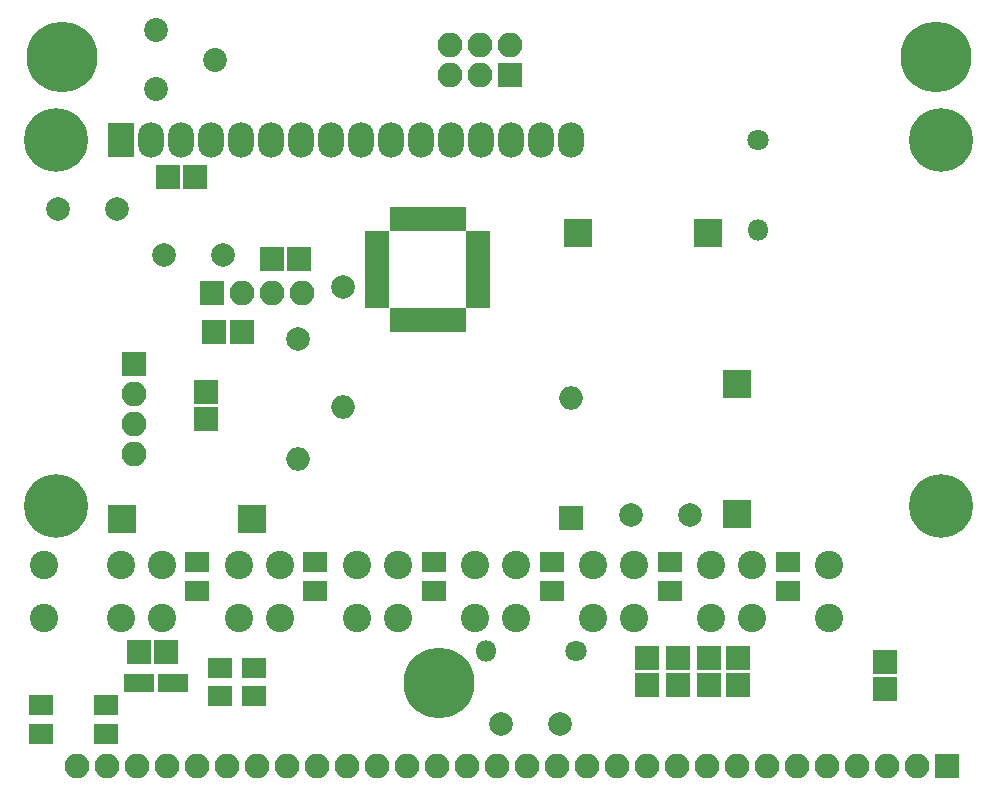
<source format=gbs>
G04 #@! TF.FileFunction,Soldermask,Bot*
%FSLAX46Y46*%
G04 Gerber Fmt 4.6, Leading zero omitted, Abs format (unit mm)*
G04 Created by KiCad (PCBNEW 4.0.7) date 11/12/18 06:30:44*
%MOMM*%
%LPD*%
G01*
G04 APERTURE LIST*
%ADD10C,0.100000*%
%ADD11R,2.200000X3.000000*%
%ADD12O,2.200000X3.000000*%
%ADD13C,5.400000*%
%ADD14C,2.000000*%
%ADD15O,2.000000X2.000000*%
%ADD16R,2.100000X2.100000*%
%ADD17O,2.100000X2.100000*%
%ADD18R,2.398980X2.398980*%
%ADD19C,2.020000*%
%ADD20C,2.400000*%
%ADD21R,2.000000X0.950000*%
%ADD22R,0.950000X2.000000*%
%ADD23R,2.550000X1.500000*%
%ADD24R,2.000000X2.000000*%
%ADD25R,2.100000X1.800000*%
%ADD26C,1.800000*%
%ADD27O,1.800000X1.800000*%
%ADD28C,6.000000*%
G04 APERTURE END LIST*
D10*
D11*
X110000000Y-50000000D03*
D12*
X112540000Y-50000000D03*
X115080000Y-50000000D03*
X117620000Y-50000000D03*
X120160000Y-50000000D03*
X122700000Y-50000000D03*
X125240000Y-50000000D03*
X127780000Y-50000000D03*
X130320000Y-50000000D03*
X132860000Y-50000000D03*
X135400000Y-50000000D03*
X137940000Y-50000000D03*
X140480000Y-50000000D03*
X143020000Y-50000000D03*
X145560000Y-50000000D03*
X148100000Y-50000000D03*
D13*
X104500900Y-50000000D03*
X104500900Y-81000700D03*
X179499480Y-81000700D03*
X179500000Y-50000000D03*
D14*
X125050000Y-66850000D03*
D15*
X125050000Y-77010000D03*
D16*
X143000000Y-44500000D03*
D17*
X143000000Y-41960000D03*
X140460000Y-44500000D03*
X140460000Y-41960000D03*
X137920000Y-44500000D03*
X137920000Y-41960000D03*
D18*
X159701640Y-57900000D03*
X148698360Y-57900000D03*
D19*
X113000000Y-40750000D03*
X118000000Y-43250000D03*
X113000000Y-45750000D03*
D20*
X170000000Y-86000000D03*
X170000000Y-90500000D03*
X163500000Y-86000000D03*
X163500000Y-90500000D03*
X160000000Y-86000000D03*
X160000000Y-90500000D03*
X153500000Y-86000000D03*
X153500000Y-90500000D03*
X150000000Y-86000000D03*
X150000000Y-90500000D03*
X143500000Y-86000000D03*
X143500000Y-90500000D03*
X140000000Y-86000000D03*
X140000000Y-90500000D03*
X133500000Y-86000000D03*
X133500000Y-90500000D03*
X130000000Y-86000000D03*
X130000000Y-90500000D03*
X123500000Y-86000000D03*
X123500000Y-90500000D03*
X120000000Y-86000000D03*
X120000000Y-90500000D03*
X113500000Y-86000000D03*
X113500000Y-90500000D03*
D21*
X131750000Y-63800000D03*
X131750000Y-63000000D03*
X131750000Y-62200000D03*
X131750000Y-61400000D03*
X131750000Y-60600000D03*
X131750000Y-59800000D03*
X131750000Y-59000000D03*
X131750000Y-58200000D03*
D22*
X133200000Y-56750000D03*
X134000000Y-56750000D03*
X134800000Y-56750000D03*
X135600000Y-56750000D03*
X136400000Y-56750000D03*
X137200000Y-56750000D03*
X138000000Y-56750000D03*
X138800000Y-56750000D03*
D21*
X140250000Y-58200000D03*
X140250000Y-59000000D03*
X140250000Y-59800000D03*
X140250000Y-60600000D03*
X140250000Y-61400000D03*
X140250000Y-62200000D03*
X140250000Y-63000000D03*
X140250000Y-63800000D03*
D22*
X138800000Y-65250000D03*
X138000000Y-65250000D03*
X137200000Y-65250000D03*
X136400000Y-65250000D03*
X135600000Y-65250000D03*
X134800000Y-65250000D03*
X134000000Y-65250000D03*
X133200000Y-65250000D03*
D18*
X162200000Y-70698360D03*
X162200000Y-81701640D03*
X121101640Y-82100000D03*
X110098360Y-82100000D03*
D20*
X110000000Y-86000000D03*
X110000000Y-90500000D03*
X103500000Y-86000000D03*
X103500000Y-90500000D03*
D23*
X114475000Y-96000000D03*
X111525000Y-96000000D03*
D24*
X111550000Y-93400000D03*
X113850000Y-93400000D03*
D14*
X158200000Y-81800000D03*
X153200000Y-81800000D03*
X109700000Y-55900000D03*
X104700000Y-55900000D03*
X118700000Y-59750000D03*
X113700000Y-59750000D03*
D25*
X156500000Y-85800000D03*
X156500000Y-88200000D03*
X146500000Y-85800000D03*
X146500000Y-88200000D03*
X136500000Y-85800000D03*
X136500000Y-88200000D03*
X126500000Y-85800000D03*
X126500000Y-88200000D03*
X116500000Y-85800000D03*
X116500000Y-88200000D03*
X166500000Y-85800000D03*
X166500000Y-88200000D03*
D24*
X162300000Y-93850000D03*
X162300000Y-96150000D03*
X159800000Y-93850000D03*
X159800000Y-96150000D03*
X157200000Y-93850000D03*
X157200000Y-96150000D03*
X154600000Y-93850000D03*
X154600000Y-96150000D03*
D26*
X148600000Y-93300000D03*
D27*
X140980000Y-93300000D03*
D16*
X111100000Y-69000000D03*
D17*
X111100000Y-71540000D03*
X111100000Y-74080000D03*
X111100000Y-76620000D03*
D24*
X117200000Y-71350000D03*
X117200000Y-73650000D03*
X117950000Y-66250000D03*
X120250000Y-66250000D03*
D16*
X117700000Y-63000000D03*
D17*
X120240000Y-63000000D03*
X122780000Y-63000000D03*
X125320000Y-63000000D03*
D14*
X128800000Y-62450000D03*
D15*
X128800000Y-72610000D03*
D14*
X142200000Y-99500000D03*
X147200000Y-99500000D03*
D24*
X148100000Y-82000000D03*
D15*
X148100000Y-71840000D03*
D24*
X125100000Y-60100000D03*
X122800000Y-60100000D03*
D28*
X105000000Y-43000000D03*
X179000000Y-43000000D03*
X137000000Y-96000000D03*
D25*
X118400000Y-97100000D03*
X118400000Y-94700000D03*
X121300000Y-97100000D03*
X121300000Y-94700000D03*
X108800000Y-100300000D03*
X108800000Y-97900000D03*
X103300000Y-100300000D03*
X103300000Y-97900000D03*
D24*
X174700000Y-94250000D03*
X174700000Y-96550000D03*
D26*
X163950000Y-50050000D03*
D27*
X163950000Y-57670000D03*
D24*
X116300000Y-53150000D03*
X114000000Y-53150000D03*
D16*
X180000000Y-103000000D03*
D17*
X177460000Y-103000000D03*
X174920000Y-103000000D03*
X172380000Y-103000000D03*
X169840000Y-103000000D03*
X167300000Y-103000000D03*
X164760000Y-103000000D03*
X162220000Y-103000000D03*
X159680000Y-103000000D03*
X157140000Y-103000000D03*
X154600000Y-103000000D03*
X152060000Y-103000000D03*
X149520000Y-103000000D03*
X146980000Y-103000000D03*
X144440000Y-103000000D03*
X141900000Y-103000000D03*
X139360000Y-103000000D03*
X136820000Y-103000000D03*
X134280000Y-103000000D03*
X131740000Y-103000000D03*
X129200000Y-103000000D03*
X126660000Y-103000000D03*
X124120000Y-103000000D03*
X121580000Y-103000000D03*
X119040000Y-103000000D03*
X116500000Y-103000000D03*
X113960000Y-103000000D03*
X111420000Y-103000000D03*
X108880000Y-103000000D03*
X106340000Y-103000000D03*
M02*

</source>
